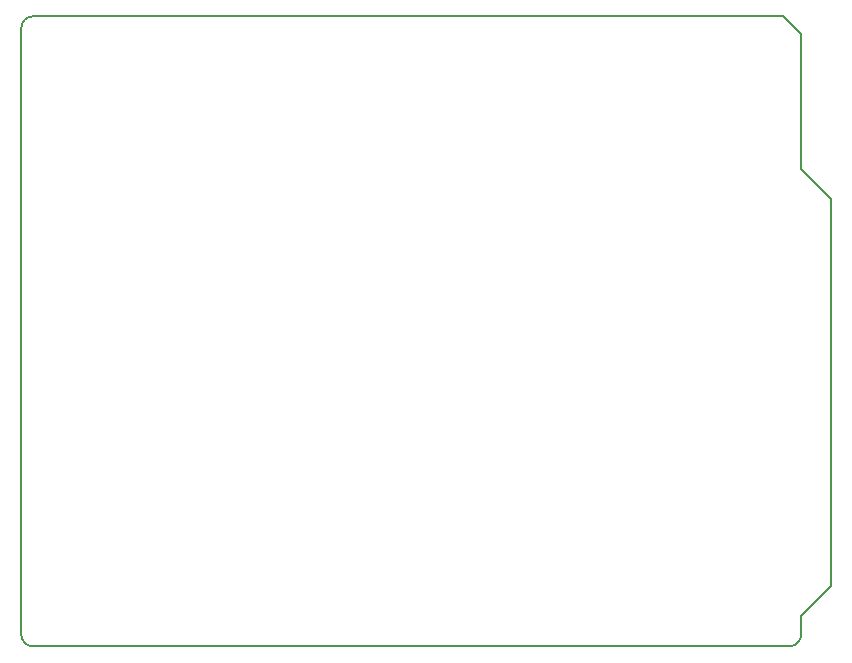
<source format=gbr>
%TF.GenerationSoftware,KiCad,Pcbnew,7.0.1*%
%TF.CreationDate,2023-12-31T00:25:30-05:00*%
%TF.ProjectId,Nano2UNO-Adapter-3V3,4e616e6f-3255-44e4-9f2d-416461707465,1.0.1*%
%TF.SameCoordinates,PX6486dd0PY8062360*%
%TF.FileFunction,Profile,NP*%
%FSLAX46Y46*%
G04 Gerber Fmt 4.6, Leading zero omitted, Abs format (unit mm)*
G04 Created by KiCad (PCBNEW 7.0.1) date 2023-12-31 00:25:30*
%MOMM*%
%LPD*%
G01*
G04 APERTURE LIST*
%TA.AperFunction,Profile*%
%ADD10C,0.150000*%
%TD*%
G04 APERTURE END LIST*
D10*
X66040000Y40386000D02*
X68580000Y37846000D01*
X0Y1000000D02*
X0Y52340000D01*
X68580000Y37846000D02*
X68580000Y5080000D01*
X65040000Y0D02*
X1000000Y0D01*
X1000000Y53340000D02*
X64516000Y53340000D01*
X0Y1000000D02*
G75*
G03*
X1000000Y0I1000000J0D01*
G01*
X68580000Y5080000D02*
X66040000Y2540000D01*
X64516000Y53340000D02*
X66040000Y51816000D01*
X65040000Y0D02*
G75*
G03*
X66040000Y1000000I0J1000000D01*
G01*
X66040000Y51816000D02*
X66040000Y40386000D01*
X66040000Y2540000D02*
X66040000Y1000000D01*
X1000000Y53340000D02*
G75*
G03*
X0Y52340000I0J-1000000D01*
G01*
M02*

</source>
